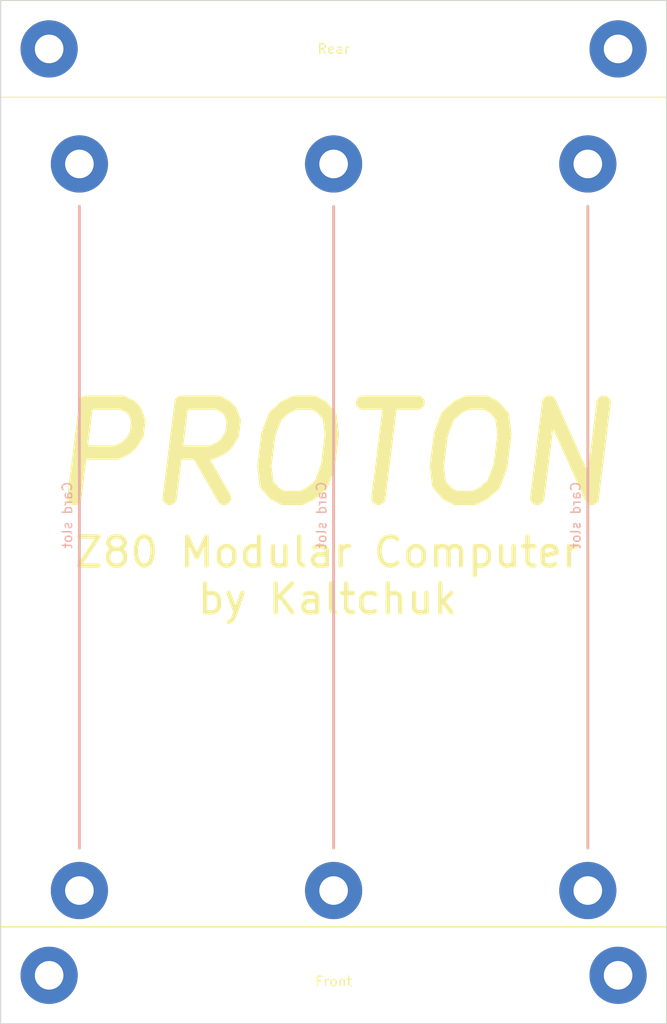
<source format=kicad_pcb>
(kicad_pcb (version 20211014) (generator pcbnew)
  (layers (0 "F.Cu" signal) (31 "B.Cu" signal) (34 "B.Paste" user) (35 "F.Paste" user) (36 "B.SilkS" user "B.Silkscreen") (37 "F.SilkS" user "F.Silkscreen") (38 "B.Mask" user) (39 "F.Mask" user) (44 "Edge.Cuts" user))
  (net 0 "")
  (footprint "MountingHole:MountingHole_3mm_Pad_TopBottom" (layer "F.Cu") (at 120.015 130.175)
    (fp_text reference "H10" hide)
    (fp_text value "MountingHole" hide)
    (pad "1" connect circle (at 0 0) (size 6 6) (layers "B.Cu" "B.Mask"))
    (pad "1" thru_hole circle (at 0 0) (size 3.4 3.4) (drill 3) (layers *.Cu *.Mask))
    (pad "1" connect circle (at 0 0) (size 6 6) (layers "F.Cu" "F.Mask"))
  )
  (footprint "MountingHole:MountingHole_3mm_Pad_TopBottom" (layer "F.Cu") (at 63.5 41.91)
    (fp_text reference "H1" hide)
    (fp_text value "MountingHole" hide)
    (pad "1" connect circle (at 0 0) (size 6 6) (layers "F.Cu" "F.Mask"))
    (pad "1" connect circle (at 0 0) (size 6 6) (layers "B.Cu" "B.Mask"))
    (pad "1" thru_hole circle (at 0 0) (size 3.4 3.4) (drill 3) (layers *.Cu *.Mask))
  )
  (footprint "MountingHole:MountingHole_3mm_Pad_TopBottom" (layer "F.Cu") (at 93.345 53.975)
    (fp_text reference "H6" hide)
    (fp_text value "MountingHole" hide)
    (pad "1" thru_hole circle (at 0 0) (size 3.4 3.4) (drill 3) (layers *.Cu *.Mask))
    (pad "1" connect circle (at 0 0) (size 6 6) (layers "F.Cu" "F.Mask"))
    (pad "1" connect circle (at 0 0) (size 6 6) (layers "B.Cu" "B.Mask"))
  )
  (footprint "MountingHole:MountingHole_3mm_Pad_TopBottom" (layer "F.Cu") (at 120.015 53.975)
    (fp_text reference "H7" hide)
    (fp_text value "MountingHole" hide)
    (pad "1" connect circle (at 0 0) (size 6 6) (layers "F.Cu" "F.Mask"))
    (pad "1" thru_hole circle (at 0 0) (size 3.4 3.4) (drill 3) (layers *.Cu *.Mask))
    (pad "1" connect circle (at 0 0) (size 6 6) (layers "B.Cu" "B.Mask"))
  )
  (footprint "MountingHole:MountingHole_3mm_Pad_TopBottom" (layer "F.Cu") (at 123.19 41.91)
    (fp_text reference "H2" hide)
    (fp_text value "MountingHole" hide)
    (pad "1" connect circle (at 0 0) (size 6 6) (layers "B.Cu" "B.Mask"))
    (pad "1" connect circle (at 0 0) (size 6 6) (layers "F.Cu" "F.Mask"))
    (pad "1" thru_hole circle (at 0 0) (size 3.4 3.4) (drill 3) (layers *.Cu *.Mask))
  )
  (footprint "MountingHole:MountingHole_3mm_Pad_TopBottom" (layer "F.Cu") (at 66.675 130.175)
    (fp_text reference "H8" hide)
    (fp_text value "MountingHole" hide)
    (pad "1" connect circle (at 0 0) (size 6 6) (layers "F.Cu" "F.Mask"))
    (pad "1" thru_hole circle (at 0 0) (size 3.4 3.4) (drill 3) (layers *.Cu *.Mask))
    (pad "1" connect circle (at 0 0) (size 6 6) (layers "B.Cu" "B.Mask"))
  )
  (footprint "MountingHole:MountingHole_3mm_Pad_TopBottom" (layer "F.Cu") (at 93.345 130.175)
    (fp_text reference "H9" hide)
    (fp_text value "MountingHole" hide)
    (pad "1" thru_hole circle (at 0 0) (size 3.4 3.4) (drill 3) (layers *.Cu *.Mask))
    (pad "1" connect circle (at 0 0) (size 6 6) (layers "F.Cu" "F.Mask"))
    (pad "1" connect circle (at 0 0) (size 6 6) (layers "B.Cu" "B.Mask"))
  )
  (footprint "MountingHole:MountingHole_3mm_Pad_TopBottom" (layer "F.Cu") (at 66.675 53.975)
    (fp_text reference "H5" hide)
    (fp_text value "MountingHole" hide)
    (pad "1" thru_hole circle (at 0 0) (size 3.4 3.4) (drill 3) (layers *.Cu *.Mask))
    (pad "1" connect circle (at 0 0) (size 6 6) (layers "F.Cu" "F.Mask"))
    (pad "1" connect circle (at 0 0) (size 6 6) (layers "B.Cu" "B.Mask"))
  )
  (footprint "MountingHole:MountingHole_3mm_Pad_TopBottom" (layer "F.Cu") (at 63.5 139.065)
    (fp_text reference "H3" hide)
    (fp_text value "MountingHole" hide)
    (pad "1" thru_hole circle (at 0 0) (size 3.4 3.4) (drill 3) (layers *.Cu *.Mask))
    (pad "1" connect circle (at 0 0) (size 6 6) (layers "B.Cu" "B.Mask"))
    (pad "1" connect circle (at 0 0) (size 6 6) (layers "F.Cu" "F.Mask"))
  )
  (footprint "MountingHole:MountingHole_3mm_Pad_TopBottom" (layer "F.Cu") (at 123.19 139.065)
    (fp_text reference "H4" hide)
    (fp_text value "MountingHole" hide)
    (pad "1" connect circle (at 0 0) (size 6 6) (layers "F.Cu" "F.Mask"))
    (pad "1" connect circle (at 0 0) (size 6 6) (layers "B.Cu" "B.Mask"))
    (pad "1" thru_hole circle (at 0 0) (size 3.4 3.4) (drill 3) (layers *.Cu *.Mask))
  )
  (gr_line (start 93.345 58.42) (end 93.345 125.73) (layer "B.SilkS") (width 0.3048))
  (gr_line (start 66.675 58.42) (end 66.675 125.73) (layer "B.SilkS") (width 0.3048))
  (gr_line (start 120.015 58.42) (end 120.015 125.73) (layer "B.SilkS") (width 0.3048))
  (gr_line (start 128.27 133.985) (end 58.42 133.985) (layer "F.SilkS") (width 0.15))
  (gr_line (start 128.27 46.99) (end 58.42 46.99) (layer "F.SilkS") (width 0.15))
  (gr_line (start 58.42 144.145) (end 58.42 36.83) (layer "Edge.Cuts") (width 0.1))
  (gr_line (start 58.42 36.83) (end 128.27 36.83) (layer "Edge.Cuts") (width 0.1))
  (gr_line (start 128.27 144.145) (end 128.27 36.83) (layer "Edge.Cuts") (width 0.1))
  (gr_line (start 58.42 144.145) (end 128.27 144.145) (layer "Edge.Cuts") (width 0.1))
  (gr_text "Card slot" (at 118.745 90.805 90) (layer "B.SilkS") (effects (font (size 1 1)) (justify mirror)))
  (gr_text "Card slot" (at 65.405 90.805 90) (layer "B.SilkS") (effects (font (size 1 1)) (justify mirror)))
  (gr_text "Card slot" (at 92.075 90.805 90) (layer "B.SilkS") (effects (font (size 1 1)) (justify mirror)))
  (gr_text "Z80 Modular Computer\nby Kaltchuk" (at 92.71 97.155) (layer "F.SilkS") (effects (font (size 3.048 3.048) (thickness 0.4572))))
  (gr_text "Front" (at 93.345 139.7) (layer "F.SilkS") (effects (font (size 1 1))))
  (gr_text "PROTON" (at 93.345 84.455) (layer "F.SilkS") (effects (font (size 10 10) (thickness 1.5) italic)))
  (gr_text "Rear" (at 93.345 41.91) (layer "F.SilkS") (effects (font (size 1 1))))
)
</source>
